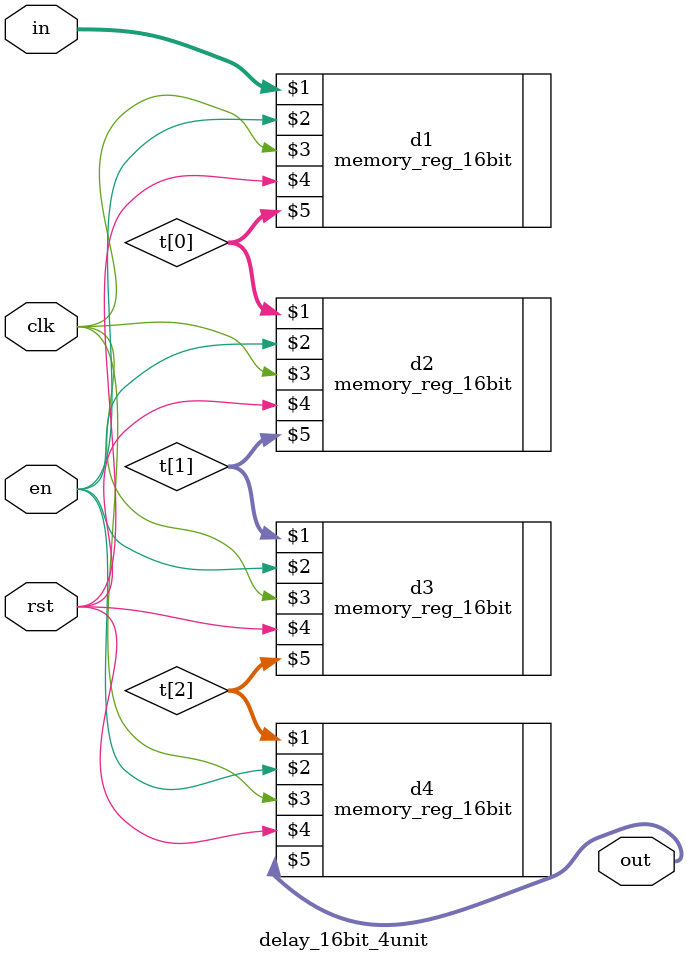
<source format=v>
`timescale 1ns / 1ps
module delay_16bit_4unit(
    input [15:0] in,
    input en,clk,rst,
    output [15:0] out
    );
	 wire [15:0] t[2:0];
	memory_reg_16bit d1(in,en,clk,rst,t[0]);
	memory_reg_16bit d2(t[0],en,clk,rst,t[1]);
	memory_reg_16bit d3(t[1],en,clk,rst,t[2]);
	memory_reg_16bit d4(t[2],en,clk,rst,out);
endmodule

</source>
